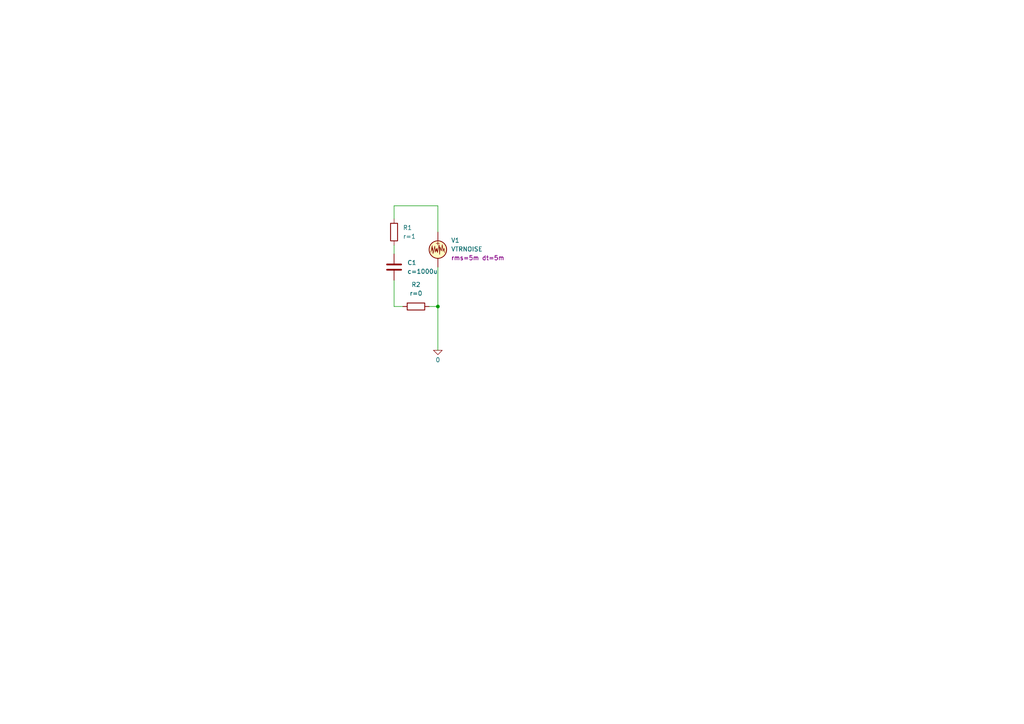
<source format=kicad_sch>
(kicad_sch (version 20231120) (generator "eeschema") (generator_version "8.0")
  (paper "A4")
  (lib_symbols
    (symbol "Device:C" (pin_numbers hide) (pin_names (offset 0.254))
      (property "Reference" "C" (at 0.635 2.54 0))
      (property "Value" "C" (at 0.635 -2.54 0))
      (symbol "C_0_1"
        (polyline (pts (xy -2.032 -0.762) (xy 2.032 -0.762)) (stroke (width 0.508)))
        (polyline (pts (xy -2.032 0.762) (xy 2.032 0.762)) (stroke (width 0.508)))
      )
      (symbol "C_1_1"
        (pin passive line (at 0 3.81 270) (length 2.794) (name "~") (number "1"))
        (pin passive line (at 0 -3.81 90) (length 2.794) (name "~") (number "2"))
      )
    )
    (symbol "Device:R" (pin_numbers hide) (pin_names (offset 0))
      (property "Reference" "R" (at 2.032 0 90))
      (property "Value" "R" (at 0 0 90))
      (symbol "R_0_1"
        (rectangle (start -1.016 -2.54) (end 1.016 2.54) (stroke (width 0.254)))
      )
      (symbol "R_1_1"
        (pin passive line (at 0 3.81 270) (length 1.27) (name "~") (number "1"))
        (pin passive line (at 0 -3.81 90) (length 1.27) (name "~") (number "2"))
      )
    )
    (symbol "Simulation_SPICE:0" (power) (pin_numbers hide) (pin_names (offset 0) hide)
      (property "Value" "0" (at 0 -2.54 0))
      (symbol "0_0_1"
        (polyline (pts (xy -1.27 0) (xy 0 -1.27) (xy 1.27 0) (xy -1.27 0)))
      )
      (symbol "0_1_1"
        (pin power_in line (at 0 0 0) (length 0) (name "~") (number "1"))
      )
    )
    (symbol "Simulation_SPICE:VTRNOISE" (pin_numbers hide) (pin_names (offset 0.0254))
      (property "Reference" "V" (at 2.54 2.54 0))
      (property "Value" "VTRNOISE" (at 2.54 0 0))
      (property "Sim.Params" "rms=20n dt=500p ac=0 ph=0" (at 2.54 -2.54 0))
      (symbol "VTRNOISE_0_0"
        (text "+" (at 0 1.905 0) (effects (font (size 1.27 1.27))))
      )
      (symbol "VTRNOISE_0_1"
        (polyline (pts (xy -2.032 -0.762) (xy -1.651 1.143) (xy -1.651 -0.254) (xy -1.524 0.508) (xy -1.397 -1.143) (xy -0.889 1.016) (xy -0.762 -0.762) (xy -0.508 0.254) (xy -0.381 -0.508) (xy -0.254 0.381) (xy -0.127 -0.889) (xy 0.381 1.397) (xy 0.508 -1.397) (xy 0.635 0.762) (xy 1.016 -0.381) (xy 1.27 1.397) (xy 1.524 -0.508) (xy 1.778 0.381) (xy 2.032 -0.889)))
        (circle (center 0 0) (radius 2.54) (stroke (width 0.254)) (fill (type background)))
      )
      (symbol "VTRNOISE_1_1"
        (pin passive line (at 0 5.08 270) (length 2.54) (name "~") (number "1"))
        (pin passive line (at 0 -5.08 90) (length 2.54) (name "~") (number "2"))
      )
    )
  )
  (junction (at 127 88.9))
  (wire (pts (xy 127 88.9) (xy 127 77.47)))
  (wire (pts (xy 114.3 71.12) (xy 114.3 73.66)))
  (wire (pts (xy 114.3 59.69) (xy 114.3 63.5)))
  (wire (pts (xy 127 67.31) (xy 127 59.69)))
  (wire (pts (xy 114.3 81.28) (xy 114.3 88.9)))
  (wire (pts (xy 124.46 88.9) (xy 127 88.9)))
  (wire (pts (xy 114.3 88.9) (xy 116.84 88.9)))
  (wire (pts (xy 127 88.9) (xy 127 101.6)))
  (wire (pts (xy 127 59.69) (xy 114.3 59.69)))
  (symbol (lib_id "Device:C") (at 114.3 77.47 0) (unit 1)
    (property "Reference" "C1" (at 118.11 76.1999 0) (effects (justify left)))
    (property "Value" "${SIM.PARAMS}" (at 118.11 78.7399 0) (effects (justify left)))
    (property "Description" "Unpolarized capacitor" (effects (hide yes)))
    (property "Sim.Device" "C" (effects (hide yes)))
    (property "Sim.Type" "=" (effects (hide yes)))
    (property "Sim.Params" "c=1000u" (effects (hide yes)))
    (property "Sim.Pins" "1=+ 2=-" (effects (hide yes)))
  )
  (symbol (lib_id "Device:R") (at 114.3 67.31 0) (unit 1)
    (property "Reference" "R1" (at 116.84 66.0399 0) (effects (justify left)))
    (property "Value" "${SIM.PARAMS}" (at 116.84 68.5799 0) (effects (justify left)))
    (property "Description" "Resistor" (effects (hide yes)))
    (property "Sim.Device" "R" (effects (hide yes)))
    (property "Sim.Type" "=" (effects (hide yes)))
    (property "Sim.Params" "r=1" (effects (hide yes)))
    (property "Sim.Pins" "1=+ 2=-" (effects (hide yes)))
  )
  (symbol (lib_id "Simulation_SPICE:VTRNOISE") (at 127 72.39 0) (unit 1)
    (property "Reference" "V1" (at 130.81 69.7201 0) (effects (justify left)))
    (property "Value" "VTRNOISE" (at 130.81 72.2601 0) (effects (justify left)))
    (property "Datasheet" "https://ngspice.sourceforge.io/docs/ngspice-html-manual/manual.xhtml#subsec_Transient_noise_source" (effects (hide yes)))
    (property "Description" "Voltage source, transient noise" (effects (hide yes)))
    (property "Sim.Pins" "1=+ 2=-" (effects (hide yes)))
    (property "Sim.Params" "rms=5m dt=5m" (at 130.81 74.8001 0) (effects (justify left)))
    (property "Sim.Device" "V" (effects (hide yes)))
    (property "Sim.Type" "WHITENOISE" (effects (hide yes)))
  )
  (symbol (lib_id "Simulation_SPICE:0") (at 127 101.6 0) (unit 1)
    (property "Reference" "#GND01" (effects (hide yes)))
    (property "Value" "0" (at 127 104.394 0))
    (property "Datasheet" "https://ngspice.sourceforge.io/docs/ngspice-html-manual/manual.xhtml#subsec_Circuit_elements__device" (effects (hide yes)))
    (property "Description" "0V reference potential for simulation" (effects (hide yes)))
  )
  (symbol (lib_id "Device:R") (at 120.65 88.9 270) (unit 1)
    (property "Reference" "R2" (at 120.65 82.55 90))
    (property "Value" "${SIM.PARAMS}" (at 120.65 85.09 90))
    (property "Description" "Resistor" (effects (hide yes)))
    (property "Sim.Device" "R" (effects (hide yes)))
    (property "Sim.Type" "=" (effects (hide yes)))
    (property "Sim.Params" "r=0" (effects (hide yes)))
    (property "Sim.Pins" "1=+ 2=-" (effects (hide yes)))
  )
)
</source>
